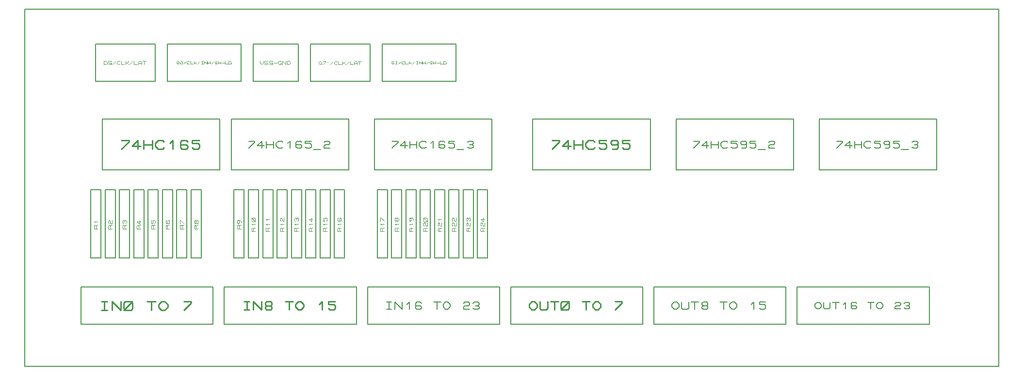
<source format=gbr>
G04 PROTEUS GERBER X2 FILE*
%TF.GenerationSoftware,Labcenter,Proteus,8.6-SP2-Build23525*%
%TF.CreationDate,2024-06-03T09:11:02+00:00*%
%TF.FileFunction,AssemblyDrawing,Top*%
%TF.FilePolarity,Positive*%
%TF.Part,Single*%
%FSLAX45Y45*%
%MOMM*%
G01*
%TA.AperFunction,Profile*%
%ADD17C,0.203200*%
%TA.AperFunction,Material*%
%ADD18C,0.203200*%
%ADD23C,0.256540*%
%ADD24C,0.205230*%
%ADD25C,0.094210*%
%ADD26C,0.230630*%
%ADD27C,0.256250*%
%ADD28C,0.209660*%
%ADD29C,0.106680*%
%ADD72C,0.192190*%
%ADD73C,0.075900*%
%ADD30C,0.097790*%
%ADD31C,0.086360*%
%TD.AperFunction*%
D17*
X-8000000Y-5000000D02*
X+9000000Y-5000000D01*
X+9000000Y+1250000D01*
X-8000000Y+1250000D01*
X-8000000Y-5000000D01*
D18*
X+862840Y-1563500D02*
X+2915160Y-1563500D01*
X+2915160Y-674500D01*
X+862840Y-674500D01*
X+862840Y-1563500D01*
D23*
X+1196342Y-1042038D02*
X+1324612Y-1042038D01*
X+1324612Y-1067692D01*
X+1196342Y-1195962D01*
X+1529844Y-1144654D02*
X+1375920Y-1144654D01*
X+1478536Y-1042038D01*
X+1478536Y-1195962D01*
X+1581152Y-1195962D02*
X+1581152Y-1042038D01*
X+1735076Y-1042038D02*
X+1735076Y-1195962D01*
X+1581152Y-1119000D02*
X+1735076Y-1119000D01*
X+1940308Y-1170308D02*
X+1914654Y-1195962D01*
X+1837692Y-1195962D01*
X+1786384Y-1144654D01*
X+1786384Y-1093346D01*
X+1837692Y-1042038D01*
X+1914654Y-1042038D01*
X+1940308Y-1067692D01*
X+2145540Y-1042038D02*
X+2017270Y-1042038D01*
X+2017270Y-1093346D01*
X+2119886Y-1093346D01*
X+2145540Y-1119000D01*
X+2145540Y-1170308D01*
X+2119886Y-1195962D01*
X+2042924Y-1195962D01*
X+2017270Y-1170308D01*
X+2350772Y-1093346D02*
X+2325118Y-1119000D01*
X+2248156Y-1119000D01*
X+2222502Y-1093346D01*
X+2222502Y-1067692D01*
X+2248156Y-1042038D01*
X+2325118Y-1042038D01*
X+2350772Y-1067692D01*
X+2350772Y-1170308D01*
X+2325118Y-1195962D01*
X+2248156Y-1195962D01*
X+2556004Y-1042038D02*
X+2427734Y-1042038D01*
X+2427734Y-1093346D01*
X+2530350Y-1093346D01*
X+2556004Y-1119000D01*
X+2556004Y-1170308D01*
X+2530350Y-1195962D01*
X+2453388Y-1195962D01*
X+2427734Y-1170308D01*
D18*
X+3362840Y-1563500D02*
X+5415160Y-1563500D01*
X+5415160Y-674500D01*
X+3362840Y-674500D01*
X+3362840Y-1563500D01*
D24*
X+3670691Y-1057431D02*
X+3773306Y-1057431D01*
X+3773306Y-1077954D01*
X+3670691Y-1180570D01*
X+3937491Y-1139524D02*
X+3814353Y-1139524D01*
X+3896445Y-1057431D01*
X+3896445Y-1180570D01*
X+3978538Y-1180570D02*
X+3978538Y-1057431D01*
X+4101676Y-1057431D02*
X+4101676Y-1180570D01*
X+3978538Y-1119000D02*
X+4101676Y-1119000D01*
X+4265861Y-1160047D02*
X+4245338Y-1180570D01*
X+4183769Y-1180570D01*
X+4142723Y-1139524D01*
X+4142723Y-1098477D01*
X+4183769Y-1057431D01*
X+4245338Y-1057431D01*
X+4265861Y-1077954D01*
X+4430046Y-1057431D02*
X+4327431Y-1057431D01*
X+4327431Y-1098477D01*
X+4409523Y-1098477D01*
X+4430046Y-1119000D01*
X+4430046Y-1160047D01*
X+4409523Y-1180570D01*
X+4347954Y-1180570D01*
X+4327431Y-1160047D01*
X+4594231Y-1098477D02*
X+4573708Y-1119000D01*
X+4512139Y-1119000D01*
X+4491616Y-1098477D01*
X+4491616Y-1077954D01*
X+4512139Y-1057431D01*
X+4573708Y-1057431D01*
X+4594231Y-1077954D01*
X+4594231Y-1160047D01*
X+4573708Y-1180570D01*
X+4512139Y-1180570D01*
X+4758416Y-1057431D02*
X+4655801Y-1057431D01*
X+4655801Y-1098477D01*
X+4737893Y-1098477D01*
X+4758416Y-1119000D01*
X+4758416Y-1160047D01*
X+4737893Y-1180570D01*
X+4676324Y-1180570D01*
X+4655801Y-1160047D01*
X+4799463Y-1201093D02*
X+4922601Y-1201093D01*
X+4984171Y-1077954D02*
X+5004694Y-1057431D01*
X+5066263Y-1057431D01*
X+5086786Y-1077954D01*
X+5086786Y-1098477D01*
X+5066263Y-1119000D01*
X+5004694Y-1119000D01*
X+4984171Y-1139524D01*
X+4984171Y-1180570D01*
X+5086786Y-1180570D01*
D18*
X+5862840Y-1563500D02*
X+7915160Y-1563500D01*
X+7915160Y-674500D01*
X+5862840Y-674500D01*
X+5862840Y-1563500D01*
D24*
X+6170691Y-1057431D02*
X+6273306Y-1057431D01*
X+6273306Y-1077954D01*
X+6170691Y-1180570D01*
X+6437491Y-1139524D02*
X+6314353Y-1139524D01*
X+6396445Y-1057431D01*
X+6396445Y-1180570D01*
X+6478538Y-1180570D02*
X+6478538Y-1057431D01*
X+6601676Y-1057431D02*
X+6601676Y-1180570D01*
X+6478538Y-1119000D02*
X+6601676Y-1119000D01*
X+6765861Y-1160047D02*
X+6745338Y-1180570D01*
X+6683769Y-1180570D01*
X+6642723Y-1139524D01*
X+6642723Y-1098477D01*
X+6683769Y-1057431D01*
X+6745338Y-1057431D01*
X+6765861Y-1077954D01*
X+6930046Y-1057431D02*
X+6827431Y-1057431D01*
X+6827431Y-1098477D01*
X+6909523Y-1098477D01*
X+6930046Y-1119000D01*
X+6930046Y-1160047D01*
X+6909523Y-1180570D01*
X+6847954Y-1180570D01*
X+6827431Y-1160047D01*
X+7094231Y-1098477D02*
X+7073708Y-1119000D01*
X+7012139Y-1119000D01*
X+6991616Y-1098477D01*
X+6991616Y-1077954D01*
X+7012139Y-1057431D01*
X+7073708Y-1057431D01*
X+7094231Y-1077954D01*
X+7094231Y-1160047D01*
X+7073708Y-1180570D01*
X+7012139Y-1180570D01*
X+7258416Y-1057431D02*
X+7155801Y-1057431D01*
X+7155801Y-1098477D01*
X+7237893Y-1098477D01*
X+7258416Y-1119000D01*
X+7258416Y-1160047D01*
X+7237893Y-1180570D01*
X+7176324Y-1180570D01*
X+7155801Y-1160047D01*
X+7299463Y-1201093D02*
X+7422601Y-1201093D01*
X+7484171Y-1077954D02*
X+7504694Y-1057431D01*
X+7566263Y-1057431D01*
X+7586786Y-1077954D01*
X+7586786Y-1098477D01*
X+7566263Y-1119000D01*
X+7586786Y-1139524D01*
X+7586786Y-1160047D01*
X+7566263Y-1180570D01*
X+7504694Y-1180570D01*
X+7484171Y-1160047D01*
X+7525217Y-1119000D02*
X+7566263Y-1119000D01*
D18*
X-6764920Y-14160D02*
X-5728600Y-14160D01*
X-5728600Y+641160D01*
X-6764920Y+641160D01*
X-6764920Y-14160D01*
D25*
X-6623600Y+285237D02*
X-6623600Y+341763D01*
X-6585916Y+341763D01*
X-6567074Y+322921D01*
X-6567074Y+304079D01*
X-6585916Y+285237D01*
X-6623600Y+285237D01*
X-6548232Y+294658D02*
X-6538811Y+285237D01*
X-6501127Y+285237D01*
X-6491706Y+294658D01*
X-6491706Y+304079D01*
X-6501127Y+313500D01*
X-6538811Y+313500D01*
X-6548232Y+322921D01*
X-6548232Y+332342D01*
X-6538811Y+341763D01*
X-6501127Y+341763D01*
X-6491706Y+332342D01*
X-6416338Y+341763D02*
X-6472864Y+285237D01*
X-6340970Y+294658D02*
X-6350391Y+285237D01*
X-6378654Y+285237D01*
X-6397496Y+304079D01*
X-6397496Y+322921D01*
X-6378654Y+341763D01*
X-6350391Y+341763D01*
X-6340970Y+332342D01*
X-6322128Y+341763D02*
X-6322128Y+285237D01*
X-6265602Y+285237D01*
X-6246760Y+341763D02*
X-6246760Y+285237D01*
X-6190234Y+341763D02*
X-6218497Y+313500D01*
X-6190234Y+285237D01*
X-6246760Y+313500D02*
X-6218497Y+313500D01*
X-6114866Y+341763D02*
X-6171392Y+285237D01*
X-6096024Y+341763D02*
X-6096024Y+285237D01*
X-6039498Y+285237D01*
X-6020656Y+285237D02*
X-6020656Y+322921D01*
X-6001814Y+341763D01*
X-5982972Y+341763D01*
X-5964130Y+322921D01*
X-5964130Y+285237D01*
X-6020656Y+304079D02*
X-5964130Y+304079D01*
X-5945288Y+341763D02*
X-5888762Y+341763D01*
X-5917025Y+341763D02*
X-5917025Y+285237D01*
D18*
X+477840Y-4264160D02*
X+2784160Y-4264160D01*
X+2784160Y-3608840D01*
X+477840Y-3608840D01*
X+477840Y-4264160D01*
D26*
X+800728Y-3913437D02*
X+846854Y-3867311D01*
X+892980Y-3867311D01*
X+939106Y-3913437D01*
X+939106Y-3959564D01*
X+892980Y-4005690D01*
X+846854Y-4005690D01*
X+800728Y-3959564D01*
X+800728Y-3913437D01*
X+985233Y-3867311D02*
X+985233Y-3982627D01*
X+1008296Y-4005690D01*
X+1100548Y-4005690D01*
X+1123611Y-3982627D01*
X+1123611Y-3867311D01*
X+1169738Y-3867311D02*
X+1308116Y-3867311D01*
X+1238927Y-3867311D02*
X+1238927Y-4005690D01*
X+1354243Y-3982627D02*
X+1354243Y-3890374D01*
X+1377306Y-3867311D01*
X+1469558Y-3867311D01*
X+1492621Y-3890374D01*
X+1492621Y-3982627D01*
X+1469558Y-4005690D01*
X+1377306Y-4005690D01*
X+1354243Y-3982627D01*
X+1354243Y-4005690D02*
X+1492621Y-3867311D01*
X+1723253Y-3867311D02*
X+1861631Y-3867311D01*
X+1792442Y-3867311D02*
X+1792442Y-4005690D01*
X+1907758Y-3913437D02*
X+1953884Y-3867311D01*
X+2000010Y-3867311D01*
X+2046136Y-3913437D01*
X+2046136Y-3959564D01*
X+2000010Y-4005690D01*
X+1953884Y-4005690D01*
X+1907758Y-3959564D01*
X+1907758Y-3913437D01*
X+2299831Y-3867311D02*
X+2415146Y-3867311D01*
X+2415146Y-3890374D01*
X+2299831Y-4005690D01*
D18*
X-7022160Y-4264160D02*
X-4715840Y-4264160D01*
X-4715840Y-3608840D01*
X-7022160Y-3608840D01*
X-7022160Y-4264160D01*
D27*
X-6663395Y-3859623D02*
X-6560892Y-3859623D01*
X-6612144Y-3859623D02*
X-6612144Y-4013377D01*
X-6663395Y-4013377D02*
X-6560892Y-4013377D01*
X-6484015Y-4013377D02*
X-6484015Y-3859623D01*
X-6330262Y-4013377D01*
X-6330262Y-3859623D01*
X-6279010Y-3987751D02*
X-6279010Y-3885249D01*
X-6253385Y-3859623D01*
X-6150882Y-3859623D01*
X-6125257Y-3885249D01*
X-6125257Y-3987751D01*
X-6150882Y-4013377D01*
X-6253385Y-4013377D01*
X-6279010Y-3987751D01*
X-6279010Y-4013377D02*
X-6125257Y-3859623D01*
X-5869000Y-3859623D02*
X-5715247Y-3859623D01*
X-5792124Y-3859623D02*
X-5792124Y-4013377D01*
X-5663995Y-3910874D02*
X-5612744Y-3859623D01*
X-5561493Y-3859623D01*
X-5510242Y-3910874D01*
X-5510242Y-3962126D01*
X-5561493Y-4013377D01*
X-5612744Y-4013377D01*
X-5663995Y-3962126D01*
X-5663995Y-3910874D01*
X-5228360Y-3859623D02*
X-5100232Y-3859623D01*
X-5100232Y-3885249D01*
X-5228360Y-4013377D01*
D18*
X-6649160Y-1563500D02*
X-4596840Y-1563500D01*
X-4596840Y-674500D01*
X-6649160Y-674500D01*
X-6649160Y-1563500D01*
D23*
X-6315658Y-1042038D02*
X-6187388Y-1042038D01*
X-6187388Y-1067692D01*
X-6315658Y-1195962D01*
X-5982156Y-1144654D02*
X-6136080Y-1144654D01*
X-6033464Y-1042038D01*
X-6033464Y-1195962D01*
X-5930848Y-1195962D02*
X-5930848Y-1042038D01*
X-5776924Y-1042038D02*
X-5776924Y-1195962D01*
X-5930848Y-1119000D02*
X-5776924Y-1119000D01*
X-5571692Y-1170308D02*
X-5597346Y-1195962D01*
X-5674308Y-1195962D01*
X-5725616Y-1144654D01*
X-5725616Y-1093346D01*
X-5674308Y-1042038D01*
X-5597346Y-1042038D01*
X-5571692Y-1067692D01*
X-5469076Y-1093346D02*
X-5417768Y-1042038D01*
X-5417768Y-1195962D01*
X-5161228Y-1067692D02*
X-5186882Y-1042038D01*
X-5263844Y-1042038D01*
X-5289498Y-1067692D01*
X-5289498Y-1170308D01*
X-5263844Y-1195962D01*
X-5186882Y-1195962D01*
X-5161228Y-1170308D01*
X-5161228Y-1144654D01*
X-5186882Y-1119000D01*
X-5289498Y-1119000D01*
X-4955996Y-1042038D02*
X-5084266Y-1042038D01*
X-5084266Y-1093346D01*
X-4981650Y-1093346D01*
X-4955996Y-1119000D01*
X-4955996Y-1170308D01*
X-4981650Y-1195962D01*
X-5058612Y-1195962D01*
X-5084266Y-1170308D01*
D18*
X-4399160Y-1563500D02*
X-2346840Y-1563500D01*
X-2346840Y-674500D01*
X-4399160Y-674500D01*
X-4399160Y-1563500D01*
D24*
X-4091309Y-1057431D02*
X-3988694Y-1057431D01*
X-3988694Y-1077954D01*
X-4091309Y-1180570D01*
X-3824509Y-1139524D02*
X-3947647Y-1139524D01*
X-3865555Y-1057431D01*
X-3865555Y-1180570D01*
X-3783462Y-1180570D02*
X-3783462Y-1057431D01*
X-3660324Y-1057431D02*
X-3660324Y-1180570D01*
X-3783462Y-1119000D02*
X-3660324Y-1119000D01*
X-3496139Y-1160047D02*
X-3516662Y-1180570D01*
X-3578231Y-1180570D01*
X-3619277Y-1139524D01*
X-3619277Y-1098477D01*
X-3578231Y-1057431D01*
X-3516662Y-1057431D01*
X-3496139Y-1077954D01*
X-3414046Y-1098477D02*
X-3373000Y-1057431D01*
X-3373000Y-1180570D01*
X-3167769Y-1077954D02*
X-3188292Y-1057431D01*
X-3249861Y-1057431D01*
X-3270384Y-1077954D01*
X-3270384Y-1160047D01*
X-3249861Y-1180570D01*
X-3188292Y-1180570D01*
X-3167769Y-1160047D01*
X-3167769Y-1139524D01*
X-3188292Y-1119000D01*
X-3270384Y-1119000D01*
X-3003584Y-1057431D02*
X-3106199Y-1057431D01*
X-3106199Y-1098477D01*
X-3024107Y-1098477D01*
X-3003584Y-1119000D01*
X-3003584Y-1160047D01*
X-3024107Y-1180570D01*
X-3085676Y-1180570D01*
X-3106199Y-1160047D01*
X-2962537Y-1201093D02*
X-2839399Y-1201093D01*
X-2777829Y-1077954D02*
X-2757306Y-1057431D01*
X-2695737Y-1057431D01*
X-2675214Y-1077954D01*
X-2675214Y-1098477D01*
X-2695737Y-1119000D01*
X-2757306Y-1119000D01*
X-2777829Y-1139524D01*
X-2777829Y-1180570D01*
X-2675214Y-1180570D01*
D18*
X-1899160Y-1563500D02*
X+153160Y-1563500D01*
X+153160Y-674500D01*
X-1899160Y-674500D01*
X-1899160Y-1563500D01*
D24*
X-1591309Y-1057431D02*
X-1488694Y-1057431D01*
X-1488694Y-1077954D01*
X-1591309Y-1180570D01*
X-1324509Y-1139524D02*
X-1447647Y-1139524D01*
X-1365555Y-1057431D01*
X-1365555Y-1180570D01*
X-1283462Y-1180570D02*
X-1283462Y-1057431D01*
X-1160324Y-1057431D02*
X-1160324Y-1180570D01*
X-1283462Y-1119000D02*
X-1160324Y-1119000D01*
X-996139Y-1160047D02*
X-1016662Y-1180570D01*
X-1078231Y-1180570D01*
X-1119277Y-1139524D01*
X-1119277Y-1098477D01*
X-1078231Y-1057431D01*
X-1016662Y-1057431D01*
X-996139Y-1077954D01*
X-914046Y-1098477D02*
X-873000Y-1057431D01*
X-873000Y-1180570D01*
X-667769Y-1077954D02*
X-688292Y-1057431D01*
X-749861Y-1057431D01*
X-770384Y-1077954D01*
X-770384Y-1160047D01*
X-749861Y-1180570D01*
X-688292Y-1180570D01*
X-667769Y-1160047D01*
X-667769Y-1139524D01*
X-688292Y-1119000D01*
X-770384Y-1119000D01*
X-503584Y-1057431D02*
X-606199Y-1057431D01*
X-606199Y-1098477D01*
X-524107Y-1098477D01*
X-503584Y-1119000D01*
X-503584Y-1160047D01*
X-524107Y-1180570D01*
X-585676Y-1180570D01*
X-606199Y-1160047D01*
X-462537Y-1201093D02*
X-339399Y-1201093D01*
X-277829Y-1077954D02*
X-257306Y-1057431D01*
X-195737Y-1057431D01*
X-175214Y-1077954D01*
X-175214Y-1098477D01*
X-195737Y-1119000D01*
X-175214Y-1139524D01*
X-175214Y-1160047D01*
X-195737Y-1180570D01*
X-257306Y-1180570D01*
X-277829Y-1160047D01*
X-236783Y-1119000D02*
X-195737Y-1119000D01*
D18*
X-4522160Y-4264160D02*
X-2215840Y-4264160D01*
X-2215840Y-3608840D01*
X-4522160Y-3608840D01*
X-4522160Y-4264160D01*
D26*
X-4176209Y-3867311D02*
X-4083957Y-3867311D01*
X-4130083Y-3867311D02*
X-4130083Y-4005690D01*
X-4176209Y-4005690D02*
X-4083957Y-4005690D01*
X-4014767Y-4005690D02*
X-4014767Y-3867311D01*
X-3876389Y-4005690D01*
X-3876389Y-3867311D01*
X-3784136Y-3936500D02*
X-3807199Y-3913437D01*
X-3807199Y-3890374D01*
X-3784136Y-3867311D01*
X-3714947Y-3867311D01*
X-3691884Y-3890374D01*
X-3691884Y-3913437D01*
X-3714947Y-3936500D01*
X-3784136Y-3936500D01*
X-3807199Y-3959564D01*
X-3807199Y-3982627D01*
X-3784136Y-4005690D01*
X-3714947Y-4005690D01*
X-3691884Y-3982627D01*
X-3691884Y-3959564D01*
X-3714947Y-3936500D01*
X-3461252Y-3867311D02*
X-3322874Y-3867311D01*
X-3392063Y-3867311D02*
X-3392063Y-4005690D01*
X-3276747Y-3913437D02*
X-3230621Y-3867311D01*
X-3184495Y-3867311D01*
X-3138369Y-3913437D01*
X-3138369Y-3959564D01*
X-3184495Y-4005690D01*
X-3230621Y-4005690D01*
X-3276747Y-3959564D01*
X-3276747Y-3913437D01*
X-2861611Y-3913437D02*
X-2815485Y-3867311D01*
X-2815485Y-4005690D01*
X-2584854Y-3867311D02*
X-2700169Y-3867311D01*
X-2700169Y-3913437D01*
X-2607917Y-3913437D01*
X-2584854Y-3936500D01*
X-2584854Y-3982627D01*
X-2607917Y-4005690D01*
X-2677106Y-4005690D01*
X-2700169Y-3982627D01*
D18*
X-2022160Y-4264160D02*
X+284160Y-4264160D01*
X+284160Y-3608840D01*
X-2022160Y-3608840D01*
X-2022160Y-4264160D01*
D28*
X-1686694Y-3873600D02*
X-1602828Y-3873600D01*
X-1644761Y-3873600D02*
X-1644761Y-3999399D01*
X-1686694Y-3999399D02*
X-1602828Y-3999399D01*
X-1539928Y-3999399D02*
X-1539928Y-3873600D01*
X-1414129Y-3999399D01*
X-1414129Y-3873600D01*
X-1330263Y-3915533D02*
X-1288330Y-3873600D01*
X-1288330Y-3999399D01*
X-1078665Y-3894567D02*
X-1099632Y-3873600D01*
X-1162531Y-3873600D01*
X-1183498Y-3894567D01*
X-1183498Y-3978433D01*
X-1162531Y-3999399D01*
X-1099632Y-3999399D01*
X-1078665Y-3978433D01*
X-1078665Y-3957466D01*
X-1099632Y-3936500D01*
X-1183498Y-3936500D01*
X-869000Y-3873600D02*
X-743201Y-3873600D01*
X-806101Y-3873600D02*
X-806101Y-3999399D01*
X-701268Y-3915533D02*
X-659335Y-3873600D01*
X-617402Y-3873600D01*
X-575469Y-3915533D01*
X-575469Y-3957466D01*
X-617402Y-3999399D01*
X-659335Y-3999399D01*
X-701268Y-3957466D01*
X-701268Y-3915533D01*
X-344838Y-3894567D02*
X-323871Y-3873600D01*
X-260972Y-3873600D01*
X-240005Y-3894567D01*
X-240005Y-3915533D01*
X-260972Y-3936500D01*
X-323871Y-3936500D01*
X-344838Y-3957466D01*
X-344838Y-3999399D01*
X-240005Y-3999399D01*
X-177106Y-3894567D02*
X-156139Y-3873600D01*
X-93240Y-3873600D01*
X-72273Y-3894567D01*
X-72273Y-3915533D01*
X-93240Y-3936500D01*
X-72273Y-3957466D01*
X-72273Y-3978433D01*
X-93240Y-3999399D01*
X-156139Y-3999399D01*
X-177106Y-3978433D01*
X-135173Y-3936500D02*
X-93240Y-3936500D01*
D18*
X-6850900Y-3104900D02*
X-6673100Y-3104900D01*
X-6673100Y-1911100D01*
X-6850900Y-1911100D01*
X-6850900Y-3104900D01*
D29*
X-6729996Y-2593344D02*
X-6794004Y-2593344D01*
X-6794004Y-2540004D01*
X-6783336Y-2529336D01*
X-6772668Y-2529336D01*
X-6762000Y-2540004D01*
X-6762000Y-2593344D01*
X-6762000Y-2540004D02*
X-6751332Y-2529336D01*
X-6729996Y-2529336D01*
X-6772668Y-2486664D02*
X-6794004Y-2465328D01*
X-6729996Y-2465328D01*
D18*
X-6600900Y-3104900D02*
X-6423100Y-3104900D01*
X-6423100Y-1911100D01*
X-6600900Y-1911100D01*
X-6600900Y-3104900D01*
D29*
X-6479996Y-2593344D02*
X-6544004Y-2593344D01*
X-6544004Y-2540004D01*
X-6533336Y-2529336D01*
X-6522668Y-2529336D01*
X-6512000Y-2540004D01*
X-6512000Y-2593344D01*
X-6512000Y-2540004D02*
X-6501332Y-2529336D01*
X-6479996Y-2529336D01*
X-6533336Y-2497332D02*
X-6544004Y-2486664D01*
X-6544004Y-2454660D01*
X-6533336Y-2443992D01*
X-6522668Y-2443992D01*
X-6512000Y-2454660D01*
X-6512000Y-2486664D01*
X-6501332Y-2497332D01*
X-6479996Y-2497332D01*
X-6479996Y-2443992D01*
D18*
X-6350900Y-3104900D02*
X-6173100Y-3104900D01*
X-6173100Y-1911100D01*
X-6350900Y-1911100D01*
X-6350900Y-3104900D01*
D29*
X-6229996Y-2593344D02*
X-6294004Y-2593344D01*
X-6294004Y-2540004D01*
X-6283336Y-2529336D01*
X-6272668Y-2529336D01*
X-6262000Y-2540004D01*
X-6262000Y-2593344D01*
X-6262000Y-2540004D02*
X-6251332Y-2529336D01*
X-6229996Y-2529336D01*
X-6283336Y-2497332D02*
X-6294004Y-2486664D01*
X-6294004Y-2454660D01*
X-6283336Y-2443992D01*
X-6272668Y-2443992D01*
X-6262000Y-2454660D01*
X-6251332Y-2443992D01*
X-6240664Y-2443992D01*
X-6229996Y-2454660D01*
X-6229996Y-2486664D01*
X-6240664Y-2497332D01*
X-6262000Y-2475996D02*
X-6262000Y-2454660D01*
D18*
X-6100900Y-3104900D02*
X-5923100Y-3104900D01*
X-5923100Y-1911100D01*
X-6100900Y-1911100D01*
X-6100900Y-3104900D01*
D29*
X-5979996Y-2593344D02*
X-6044004Y-2593344D01*
X-6044004Y-2540004D01*
X-6033336Y-2529336D01*
X-6022668Y-2529336D01*
X-6012000Y-2540004D01*
X-6012000Y-2593344D01*
X-6012000Y-2540004D02*
X-6001332Y-2529336D01*
X-5979996Y-2529336D01*
X-6001332Y-2443992D02*
X-6001332Y-2508000D01*
X-6044004Y-2465328D01*
X-5979996Y-2465328D01*
D18*
X-5850900Y-3104900D02*
X-5673100Y-3104900D01*
X-5673100Y-1911100D01*
X-5850900Y-1911100D01*
X-5850900Y-3104900D01*
D29*
X-5729996Y-2593344D02*
X-5794004Y-2593344D01*
X-5794004Y-2540004D01*
X-5783336Y-2529336D01*
X-5772668Y-2529336D01*
X-5762000Y-2540004D01*
X-5762000Y-2593344D01*
X-5762000Y-2540004D02*
X-5751332Y-2529336D01*
X-5729996Y-2529336D01*
X-5794004Y-2443992D02*
X-5794004Y-2497332D01*
X-5772668Y-2497332D01*
X-5772668Y-2454660D01*
X-5762000Y-2443992D01*
X-5740664Y-2443992D01*
X-5729996Y-2454660D01*
X-5729996Y-2486664D01*
X-5740664Y-2497332D01*
D18*
X-5600900Y-3104900D02*
X-5423100Y-3104900D01*
X-5423100Y-1911100D01*
X-5600900Y-1911100D01*
X-5600900Y-3104900D01*
D29*
X-5479996Y-2593344D02*
X-5544004Y-2593344D01*
X-5544004Y-2540004D01*
X-5533336Y-2529336D01*
X-5522668Y-2529336D01*
X-5512000Y-2540004D01*
X-5512000Y-2593344D01*
X-5512000Y-2540004D02*
X-5501332Y-2529336D01*
X-5479996Y-2529336D01*
X-5533336Y-2443992D02*
X-5544004Y-2454660D01*
X-5544004Y-2486664D01*
X-5533336Y-2497332D01*
X-5490664Y-2497332D01*
X-5479996Y-2486664D01*
X-5479996Y-2454660D01*
X-5490664Y-2443992D01*
X-5501332Y-2443992D01*
X-5512000Y-2454660D01*
X-5512000Y-2497332D01*
D18*
X-5350900Y-3104900D02*
X-5173100Y-3104900D01*
X-5173100Y-1911100D01*
X-5350900Y-1911100D01*
X-5350900Y-3104900D01*
D29*
X-5229996Y-2593344D02*
X-5294004Y-2593344D01*
X-5294004Y-2540004D01*
X-5283336Y-2529336D01*
X-5272668Y-2529336D01*
X-5262000Y-2540004D01*
X-5262000Y-2593344D01*
X-5262000Y-2540004D02*
X-5251332Y-2529336D01*
X-5229996Y-2529336D01*
X-5294004Y-2497332D02*
X-5294004Y-2443992D01*
X-5283336Y-2443992D01*
X-5229996Y-2497332D01*
D18*
X-5100900Y-3104900D02*
X-4923100Y-3104900D01*
X-4923100Y-1911100D01*
X-5100900Y-1911100D01*
X-5100900Y-3104900D01*
D29*
X-4979996Y-2593344D02*
X-5044004Y-2593344D01*
X-5044004Y-2540004D01*
X-5033336Y-2529336D01*
X-5022668Y-2529336D01*
X-5012000Y-2540004D01*
X-5012000Y-2593344D01*
X-5012000Y-2540004D02*
X-5001332Y-2529336D01*
X-4979996Y-2529336D01*
X-5012000Y-2486664D02*
X-5022668Y-2497332D01*
X-5033336Y-2497332D01*
X-5044004Y-2486664D01*
X-5044004Y-2454660D01*
X-5033336Y-2443992D01*
X-5022668Y-2443992D01*
X-5012000Y-2454660D01*
X-5012000Y-2486664D01*
X-5001332Y-2497332D01*
X-4990664Y-2497332D01*
X-4979996Y-2486664D01*
X-4979996Y-2454660D01*
X-4990664Y-2443992D01*
X-5001332Y-2443992D01*
X-5012000Y-2454660D01*
D18*
X-4350900Y-3104900D02*
X-4173100Y-3104900D01*
X-4173100Y-1911100D01*
X-4350900Y-1911100D01*
X-4350900Y-3104900D01*
D29*
X-4229996Y-2593344D02*
X-4294004Y-2593344D01*
X-4294004Y-2540004D01*
X-4283336Y-2529336D01*
X-4272668Y-2529336D01*
X-4262000Y-2540004D01*
X-4262000Y-2593344D01*
X-4262000Y-2540004D02*
X-4251332Y-2529336D01*
X-4229996Y-2529336D01*
X-4272668Y-2443992D02*
X-4262000Y-2454660D01*
X-4262000Y-2486664D01*
X-4272668Y-2497332D01*
X-4283336Y-2497332D01*
X-4294004Y-2486664D01*
X-4294004Y-2454660D01*
X-4283336Y-2443992D01*
X-4240664Y-2443992D01*
X-4229996Y-2454660D01*
X-4229996Y-2486664D01*
D18*
X-4100900Y-3104900D02*
X-3923100Y-3104900D01*
X-3923100Y-1911100D01*
X-4100900Y-1911100D01*
X-4100900Y-3104900D01*
D29*
X-3979996Y-2636016D02*
X-4044004Y-2636016D01*
X-4044004Y-2582676D01*
X-4033336Y-2572008D01*
X-4022668Y-2572008D01*
X-4012000Y-2582676D01*
X-4012000Y-2636016D01*
X-4012000Y-2582676D02*
X-4001332Y-2572008D01*
X-3979996Y-2572008D01*
X-4022668Y-2529336D02*
X-4044004Y-2508000D01*
X-3979996Y-2508000D01*
X-3990664Y-2465328D02*
X-4033336Y-2465328D01*
X-4044004Y-2454660D01*
X-4044004Y-2411988D01*
X-4033336Y-2401320D01*
X-3990664Y-2401320D01*
X-3979996Y-2411988D01*
X-3979996Y-2454660D01*
X-3990664Y-2465328D01*
X-3979996Y-2465328D02*
X-4044004Y-2401320D01*
D18*
X-3850900Y-3104900D02*
X-3673100Y-3104900D01*
X-3673100Y-1911100D01*
X-3850900Y-1911100D01*
X-3850900Y-3104900D01*
D29*
X-3729996Y-2636016D02*
X-3794004Y-2636016D01*
X-3794004Y-2582676D01*
X-3783336Y-2572008D01*
X-3772668Y-2572008D01*
X-3762000Y-2582676D01*
X-3762000Y-2636016D01*
X-3762000Y-2582676D02*
X-3751332Y-2572008D01*
X-3729996Y-2572008D01*
X-3772668Y-2529336D02*
X-3794004Y-2508000D01*
X-3729996Y-2508000D01*
X-3772668Y-2443992D02*
X-3794004Y-2422656D01*
X-3729996Y-2422656D01*
D18*
X-3600900Y-3104900D02*
X-3423100Y-3104900D01*
X-3423100Y-1911100D01*
X-3600900Y-1911100D01*
X-3600900Y-3104900D01*
D29*
X-3479996Y-2636016D02*
X-3544004Y-2636016D01*
X-3544004Y-2582676D01*
X-3533336Y-2572008D01*
X-3522668Y-2572008D01*
X-3512000Y-2582676D01*
X-3512000Y-2636016D01*
X-3512000Y-2582676D02*
X-3501332Y-2572008D01*
X-3479996Y-2572008D01*
X-3522668Y-2529336D02*
X-3544004Y-2508000D01*
X-3479996Y-2508000D01*
X-3533336Y-2454660D02*
X-3544004Y-2443992D01*
X-3544004Y-2411988D01*
X-3533336Y-2401320D01*
X-3522668Y-2401320D01*
X-3512000Y-2411988D01*
X-3512000Y-2443992D01*
X-3501332Y-2454660D01*
X-3479996Y-2454660D01*
X-3479996Y-2401320D01*
D18*
X-3350900Y-3104900D02*
X-3173100Y-3104900D01*
X-3173100Y-1911100D01*
X-3350900Y-1911100D01*
X-3350900Y-3104900D01*
D29*
X-3229996Y-2636016D02*
X-3294004Y-2636016D01*
X-3294004Y-2582676D01*
X-3283336Y-2572008D01*
X-3272668Y-2572008D01*
X-3262000Y-2582676D01*
X-3262000Y-2636016D01*
X-3262000Y-2582676D02*
X-3251332Y-2572008D01*
X-3229996Y-2572008D01*
X-3272668Y-2529336D02*
X-3294004Y-2508000D01*
X-3229996Y-2508000D01*
X-3283336Y-2454660D02*
X-3294004Y-2443992D01*
X-3294004Y-2411988D01*
X-3283336Y-2401320D01*
X-3272668Y-2401320D01*
X-3262000Y-2411988D01*
X-3251332Y-2401320D01*
X-3240664Y-2401320D01*
X-3229996Y-2411988D01*
X-3229996Y-2443992D01*
X-3240664Y-2454660D01*
X-3262000Y-2433324D02*
X-3262000Y-2411988D01*
D18*
X-3100900Y-3104900D02*
X-2923100Y-3104900D01*
X-2923100Y-1911100D01*
X-3100900Y-1911100D01*
X-3100900Y-3104900D01*
D29*
X-2979996Y-2636016D02*
X-3044004Y-2636016D01*
X-3044004Y-2582676D01*
X-3033336Y-2572008D01*
X-3022668Y-2572008D01*
X-3012000Y-2582676D01*
X-3012000Y-2636016D01*
X-3012000Y-2582676D02*
X-3001332Y-2572008D01*
X-2979996Y-2572008D01*
X-3022668Y-2529336D02*
X-3044004Y-2508000D01*
X-2979996Y-2508000D01*
X-3001332Y-2401320D02*
X-3001332Y-2465328D01*
X-3044004Y-2422656D01*
X-2979996Y-2422656D01*
D18*
X-2850900Y-3104900D02*
X-2673100Y-3104900D01*
X-2673100Y-1911100D01*
X-2850900Y-1911100D01*
X-2850900Y-3104900D01*
D29*
X-2729996Y-2636016D02*
X-2794004Y-2636016D01*
X-2794004Y-2582676D01*
X-2783336Y-2572008D01*
X-2772668Y-2572008D01*
X-2762000Y-2582676D01*
X-2762000Y-2636016D01*
X-2762000Y-2582676D02*
X-2751332Y-2572008D01*
X-2729996Y-2572008D01*
X-2772668Y-2529336D02*
X-2794004Y-2508000D01*
X-2729996Y-2508000D01*
X-2794004Y-2401320D02*
X-2794004Y-2454660D01*
X-2772668Y-2454660D01*
X-2772668Y-2411988D01*
X-2762000Y-2401320D01*
X-2740664Y-2401320D01*
X-2729996Y-2411988D01*
X-2729996Y-2443992D01*
X-2740664Y-2454660D01*
D18*
X-2600900Y-3104900D02*
X-2423100Y-3104900D01*
X-2423100Y-1911100D01*
X-2600900Y-1911100D01*
X-2600900Y-3104900D01*
D29*
X-2479996Y-2636016D02*
X-2544004Y-2636016D01*
X-2544004Y-2582676D01*
X-2533336Y-2572008D01*
X-2522668Y-2572008D01*
X-2512000Y-2582676D01*
X-2512000Y-2636016D01*
X-2512000Y-2582676D02*
X-2501332Y-2572008D01*
X-2479996Y-2572008D01*
X-2522668Y-2529336D02*
X-2544004Y-2508000D01*
X-2479996Y-2508000D01*
X-2533336Y-2401320D02*
X-2544004Y-2411988D01*
X-2544004Y-2443992D01*
X-2533336Y-2454660D01*
X-2490664Y-2454660D01*
X-2479996Y-2443992D01*
X-2479996Y-2411988D01*
X-2490664Y-2401320D01*
X-2501332Y-2401320D01*
X-2512000Y-2411988D01*
X-2512000Y-2454660D01*
D18*
X-1850900Y-3104900D02*
X-1673100Y-3104900D01*
X-1673100Y-1911100D01*
X-1850900Y-1911100D01*
X-1850900Y-3104900D01*
D29*
X-1729996Y-2636016D02*
X-1794004Y-2636016D01*
X-1794004Y-2582676D01*
X-1783336Y-2572008D01*
X-1772668Y-2572008D01*
X-1762000Y-2582676D01*
X-1762000Y-2636016D01*
X-1762000Y-2582676D02*
X-1751332Y-2572008D01*
X-1729996Y-2572008D01*
X-1772668Y-2529336D02*
X-1794004Y-2508000D01*
X-1729996Y-2508000D01*
X-1794004Y-2454660D02*
X-1794004Y-2401320D01*
X-1783336Y-2401320D01*
X-1729996Y-2454660D01*
D18*
X-1600900Y-3104900D02*
X-1423100Y-3104900D01*
X-1423100Y-1911100D01*
X-1600900Y-1911100D01*
X-1600900Y-3104900D01*
D29*
X-1479996Y-2636016D02*
X-1544004Y-2636016D01*
X-1544004Y-2582676D01*
X-1533336Y-2572008D01*
X-1522668Y-2572008D01*
X-1512000Y-2582676D01*
X-1512000Y-2636016D01*
X-1512000Y-2582676D02*
X-1501332Y-2572008D01*
X-1479996Y-2572008D01*
X-1522668Y-2529336D02*
X-1544004Y-2508000D01*
X-1479996Y-2508000D01*
X-1512000Y-2443992D02*
X-1522668Y-2454660D01*
X-1533336Y-2454660D01*
X-1544004Y-2443992D01*
X-1544004Y-2411988D01*
X-1533336Y-2401320D01*
X-1522668Y-2401320D01*
X-1512000Y-2411988D01*
X-1512000Y-2443992D01*
X-1501332Y-2454660D01*
X-1490664Y-2454660D01*
X-1479996Y-2443992D01*
X-1479996Y-2411988D01*
X-1490664Y-2401320D01*
X-1501332Y-2401320D01*
X-1512000Y-2411988D01*
D18*
X-1350900Y-3104900D02*
X-1173100Y-3104900D01*
X-1173100Y-1911100D01*
X-1350900Y-1911100D01*
X-1350900Y-3104900D01*
D29*
X-1229996Y-2636016D02*
X-1294004Y-2636016D01*
X-1294004Y-2582676D01*
X-1283336Y-2572008D01*
X-1272668Y-2572008D01*
X-1262000Y-2582676D01*
X-1262000Y-2636016D01*
X-1262000Y-2582676D02*
X-1251332Y-2572008D01*
X-1229996Y-2572008D01*
X-1272668Y-2529336D02*
X-1294004Y-2508000D01*
X-1229996Y-2508000D01*
X-1272668Y-2401320D02*
X-1262000Y-2411988D01*
X-1262000Y-2443992D01*
X-1272668Y-2454660D01*
X-1283336Y-2454660D01*
X-1294004Y-2443992D01*
X-1294004Y-2411988D01*
X-1283336Y-2401320D01*
X-1240664Y-2401320D01*
X-1229996Y-2411988D01*
X-1229996Y-2443992D01*
D18*
X-1100900Y-3104900D02*
X-923100Y-3104900D01*
X-923100Y-1911100D01*
X-1100900Y-1911100D01*
X-1100900Y-3104900D01*
D29*
X-979996Y-2636016D02*
X-1044004Y-2636016D01*
X-1044004Y-2582676D01*
X-1033336Y-2572008D01*
X-1022668Y-2572008D01*
X-1012000Y-2582676D01*
X-1012000Y-2636016D01*
X-1012000Y-2582676D02*
X-1001332Y-2572008D01*
X-979996Y-2572008D01*
X-1033336Y-2540004D02*
X-1044004Y-2529336D01*
X-1044004Y-2497332D01*
X-1033336Y-2486664D01*
X-1022668Y-2486664D01*
X-1012000Y-2497332D01*
X-1012000Y-2529336D01*
X-1001332Y-2540004D01*
X-979996Y-2540004D01*
X-979996Y-2486664D01*
X-990664Y-2465328D02*
X-1033336Y-2465328D01*
X-1044004Y-2454660D01*
X-1044004Y-2411988D01*
X-1033336Y-2401320D01*
X-990664Y-2401320D01*
X-979996Y-2411988D01*
X-979996Y-2454660D01*
X-990664Y-2465328D01*
X-979996Y-2465328D02*
X-1044004Y-2401320D01*
D18*
X-850900Y-3104900D02*
X-673100Y-3104900D01*
X-673100Y-1911100D01*
X-850900Y-1911100D01*
X-850900Y-3104900D01*
D29*
X-729996Y-2636016D02*
X-794004Y-2636016D01*
X-794004Y-2582676D01*
X-783336Y-2572008D01*
X-772668Y-2572008D01*
X-762000Y-2582676D01*
X-762000Y-2636016D01*
X-762000Y-2582676D02*
X-751332Y-2572008D01*
X-729996Y-2572008D01*
X-783336Y-2540004D02*
X-794004Y-2529336D01*
X-794004Y-2497332D01*
X-783336Y-2486664D01*
X-772668Y-2486664D01*
X-762000Y-2497332D01*
X-762000Y-2529336D01*
X-751332Y-2540004D01*
X-729996Y-2540004D01*
X-729996Y-2486664D01*
X-772668Y-2443992D02*
X-794004Y-2422656D01*
X-729996Y-2422656D01*
D18*
X-600900Y-3104900D02*
X-423100Y-3104900D01*
X-423100Y-1911100D01*
X-600900Y-1911100D01*
X-600900Y-3104900D01*
D29*
X-479996Y-2636016D02*
X-544004Y-2636016D01*
X-544004Y-2582676D01*
X-533336Y-2572008D01*
X-522668Y-2572008D01*
X-512000Y-2582676D01*
X-512000Y-2636016D01*
X-512000Y-2582676D02*
X-501332Y-2572008D01*
X-479996Y-2572008D01*
X-533336Y-2540004D02*
X-544004Y-2529336D01*
X-544004Y-2497332D01*
X-533336Y-2486664D01*
X-522668Y-2486664D01*
X-512000Y-2497332D01*
X-512000Y-2529336D01*
X-501332Y-2540004D01*
X-479996Y-2540004D01*
X-479996Y-2486664D01*
X-533336Y-2454660D02*
X-544004Y-2443992D01*
X-544004Y-2411988D01*
X-533336Y-2401320D01*
X-522668Y-2401320D01*
X-512000Y-2411988D01*
X-512000Y-2443992D01*
X-501332Y-2454660D01*
X-479996Y-2454660D01*
X-479996Y-2401320D01*
D18*
X-350900Y-3104900D02*
X-173100Y-3104900D01*
X-173100Y-1911100D01*
X-350900Y-1911100D01*
X-350900Y-3104900D01*
D29*
X-229996Y-2636016D02*
X-294004Y-2636016D01*
X-294004Y-2582676D01*
X-283336Y-2572008D01*
X-272668Y-2572008D01*
X-262000Y-2582676D01*
X-262000Y-2636016D01*
X-262000Y-2582676D02*
X-251332Y-2572008D01*
X-229996Y-2572008D01*
X-283336Y-2540004D02*
X-294004Y-2529336D01*
X-294004Y-2497332D01*
X-283336Y-2486664D01*
X-272668Y-2486664D01*
X-262000Y-2497332D01*
X-262000Y-2529336D01*
X-251332Y-2540004D01*
X-229996Y-2540004D01*
X-229996Y-2486664D01*
X-283336Y-2454660D02*
X-294004Y-2443992D01*
X-294004Y-2411988D01*
X-283336Y-2401320D01*
X-272668Y-2401320D01*
X-262000Y-2411988D01*
X-251332Y-2401320D01*
X-240664Y-2401320D01*
X-229996Y-2411988D01*
X-229996Y-2443992D01*
X-240664Y-2454660D01*
X-262000Y-2433324D02*
X-262000Y-2411988D01*
D18*
X-100900Y-3104900D02*
X+76900Y-3104900D01*
X+76900Y-1911100D01*
X-100900Y-1911100D01*
X-100900Y-3104900D01*
D29*
X+20004Y-2636016D02*
X-44004Y-2636016D01*
X-44004Y-2582676D01*
X-33336Y-2572008D01*
X-22668Y-2572008D01*
X-12000Y-2582676D01*
X-12000Y-2636016D01*
X-12000Y-2582676D02*
X-1332Y-2572008D01*
X+20004Y-2572008D01*
X-33336Y-2540004D02*
X-44004Y-2529336D01*
X-44004Y-2497332D01*
X-33336Y-2486664D01*
X-22668Y-2486664D01*
X-12000Y-2497332D01*
X-12000Y-2529336D01*
X-1332Y-2540004D01*
X+20004Y-2540004D01*
X+20004Y-2486664D01*
X-1332Y-2401320D02*
X-1332Y-2465328D01*
X-44004Y-2422656D01*
X+20004Y-2422656D01*
D18*
X+2977840Y-4264160D02*
X+5284160Y-4264160D01*
X+5284160Y-3608840D01*
X+2977840Y-3608840D01*
X+2977840Y-4264160D01*
D28*
X+3292340Y-3915533D02*
X+3334273Y-3873600D01*
X+3376206Y-3873600D01*
X+3418139Y-3915533D01*
X+3418139Y-3957466D01*
X+3376206Y-3999399D01*
X+3334273Y-3999399D01*
X+3292340Y-3957466D01*
X+3292340Y-3915533D01*
X+3460072Y-3873600D02*
X+3460072Y-3978433D01*
X+3481038Y-3999399D01*
X+3564904Y-3999399D01*
X+3585871Y-3978433D01*
X+3585871Y-3873600D01*
X+3627804Y-3873600D02*
X+3753603Y-3873600D01*
X+3690703Y-3873600D02*
X+3690703Y-3999399D01*
X+3837469Y-3936500D02*
X+3816502Y-3915533D01*
X+3816502Y-3894567D01*
X+3837469Y-3873600D01*
X+3900368Y-3873600D01*
X+3921335Y-3894567D01*
X+3921335Y-3915533D01*
X+3900368Y-3936500D01*
X+3837469Y-3936500D01*
X+3816502Y-3957466D01*
X+3816502Y-3978433D01*
X+3837469Y-3999399D01*
X+3900368Y-3999399D01*
X+3921335Y-3978433D01*
X+3921335Y-3957466D01*
X+3900368Y-3936500D01*
X+4131000Y-3873600D02*
X+4256799Y-3873600D01*
X+4193899Y-3873600D02*
X+4193899Y-3999399D01*
X+4298732Y-3915533D02*
X+4340665Y-3873600D01*
X+4382598Y-3873600D01*
X+4424531Y-3915533D01*
X+4424531Y-3957466D01*
X+4382598Y-3999399D01*
X+4340665Y-3999399D01*
X+4298732Y-3957466D01*
X+4298732Y-3915533D01*
X+4676129Y-3915533D02*
X+4718062Y-3873600D01*
X+4718062Y-3999399D01*
X+4927727Y-3873600D02*
X+4822894Y-3873600D01*
X+4822894Y-3915533D01*
X+4906760Y-3915533D01*
X+4927727Y-3936500D01*
X+4927727Y-3978433D01*
X+4906760Y-3999399D01*
X+4843861Y-3999399D01*
X+4822894Y-3978433D01*
D18*
X+5477840Y-4264160D02*
X+7784160Y-4264160D01*
X+7784160Y-3608840D01*
X+5477840Y-3608840D01*
X+5477840Y-4264160D01*
D72*
X+5785353Y-3917281D02*
X+5823791Y-3878842D01*
X+5862230Y-3878842D01*
X+5900668Y-3917281D01*
X+5900668Y-3955719D01*
X+5862230Y-3994158D01*
X+5823791Y-3994158D01*
X+5785353Y-3955719D01*
X+5785353Y-3917281D01*
X+5939107Y-3878842D02*
X+5939107Y-3974939D01*
X+5958326Y-3994158D01*
X+6035203Y-3994158D01*
X+6054422Y-3974939D01*
X+6054422Y-3878842D01*
X+6092861Y-3878842D02*
X+6208176Y-3878842D01*
X+6150518Y-3878842D02*
X+6150518Y-3994158D01*
X+6285053Y-3917281D02*
X+6323492Y-3878842D01*
X+6323492Y-3994158D01*
X+6515684Y-3898061D02*
X+6496465Y-3878842D01*
X+6438807Y-3878842D01*
X+6419588Y-3898061D01*
X+6419588Y-3974939D01*
X+6438807Y-3994158D01*
X+6496465Y-3994158D01*
X+6515684Y-3974939D01*
X+6515684Y-3955719D01*
X+6496465Y-3936500D01*
X+6419588Y-3936500D01*
X+6707877Y-3878842D02*
X+6823192Y-3878842D01*
X+6765534Y-3878842D02*
X+6765534Y-3994158D01*
X+6861631Y-3917281D02*
X+6900069Y-3878842D01*
X+6938508Y-3878842D01*
X+6976946Y-3917281D01*
X+6976946Y-3955719D01*
X+6938508Y-3994158D01*
X+6900069Y-3994158D01*
X+6861631Y-3955719D01*
X+6861631Y-3917281D01*
X+7188358Y-3898061D02*
X+7207577Y-3878842D01*
X+7265235Y-3878842D01*
X+7284454Y-3898061D01*
X+7284454Y-3917281D01*
X+7265235Y-3936500D01*
X+7207577Y-3936500D01*
X+7188358Y-3955719D01*
X+7188358Y-3994158D01*
X+7284454Y-3994158D01*
X+7342112Y-3898061D02*
X+7361331Y-3878842D01*
X+7418989Y-3878842D01*
X+7438208Y-3898061D01*
X+7438208Y-3917281D01*
X+7418989Y-3936500D01*
X+7438208Y-3955719D01*
X+7438208Y-3974939D01*
X+7418989Y-3994158D01*
X+7361331Y-3994158D01*
X+7342112Y-3974939D01*
X+7380550Y-3936500D02*
X+7418989Y-3936500D01*
D18*
X-5514160Y-14160D02*
X-4223840Y-14160D01*
X-4223840Y+641160D01*
X-5514160Y+641160D01*
X-5514160Y-14160D01*
D73*
X-5354760Y+298320D02*
X-5347170Y+290730D01*
X-5316810Y+290730D01*
X-5309220Y+298320D01*
X-5309220Y+305910D01*
X-5316810Y+313500D01*
X-5347170Y+313500D01*
X-5354760Y+321090D01*
X-5354760Y+328680D01*
X-5347170Y+336270D01*
X-5316810Y+336270D01*
X-5309220Y+328680D01*
X-5294040Y+321090D02*
X-5278860Y+336270D01*
X-5263680Y+336270D01*
X-5248500Y+321090D01*
X-5248500Y+305910D01*
X-5263680Y+290730D01*
X-5278860Y+290730D01*
X-5294040Y+305910D01*
X-5294040Y+321090D01*
X-5187780Y+336270D02*
X-5233320Y+290730D01*
X-5127060Y+298320D02*
X-5134650Y+290730D01*
X-5157420Y+290730D01*
X-5172600Y+305910D01*
X-5172600Y+321090D01*
X-5157420Y+336270D01*
X-5134650Y+336270D01*
X-5127060Y+328680D01*
X-5111880Y+336270D02*
X-5111880Y+290730D01*
X-5066340Y+290730D01*
X-5051160Y+336270D02*
X-5051160Y+290730D01*
X-5005620Y+336270D02*
X-5028390Y+313500D01*
X-5005620Y+290730D01*
X-5051160Y+313500D02*
X-5028390Y+313500D01*
X-4944900Y+336270D02*
X-4990440Y+290730D01*
X-4922130Y+336270D02*
X-4891770Y+336270D01*
X-4906950Y+336270D02*
X-4906950Y+290730D01*
X-4922130Y+290730D02*
X-4891770Y+290730D01*
X-4869000Y+290730D02*
X-4869000Y+336270D01*
X-4823460Y+290730D01*
X-4823460Y+336270D01*
X-4808280Y+290730D02*
X-4808280Y+336270D01*
X-4762740Y+336270D02*
X-4762740Y+290730D01*
X-4808280Y+313500D02*
X-4762740Y+313500D01*
X-4702020Y+336270D02*
X-4747560Y+290730D01*
X-4686840Y+298320D02*
X-4679250Y+290730D01*
X-4648890Y+290730D01*
X-4641300Y+298320D01*
X-4641300Y+305910D01*
X-4648890Y+313500D01*
X-4679250Y+313500D01*
X-4686840Y+321090D01*
X-4686840Y+328680D01*
X-4679250Y+336270D01*
X-4648890Y+336270D01*
X-4641300Y+328680D01*
X-4626120Y+290730D02*
X-4626120Y+336270D01*
X-4580580Y+336270D02*
X-4580580Y+290730D01*
X-4626120Y+313500D02*
X-4580580Y+313500D01*
X-4557810Y+313500D02*
X-4519860Y+313500D01*
X-4504680Y+336270D02*
X-4504680Y+290730D01*
X-4459140Y+290730D01*
X-4443960Y+290730D02*
X-4443960Y+336270D01*
X-4413600Y+336270D01*
X-4398420Y+321090D01*
X-4398420Y+305910D01*
X-4413600Y+290730D01*
X-4443960Y+290730D01*
D18*
X-4014160Y-14160D02*
X-3231840Y-14160D01*
X-3231840Y+641160D01*
X-4014160Y+641160D01*
X-4014160Y-14160D01*
D30*
X-3896812Y+342837D02*
X-3896812Y+313500D01*
X-3867475Y+284163D01*
X-3838138Y+313500D01*
X-3838138Y+342837D01*
X-3818580Y+293942D02*
X-3808801Y+284163D01*
X-3769685Y+284163D01*
X-3759906Y+293942D01*
X-3759906Y+303721D01*
X-3769685Y+313500D01*
X-3808801Y+313500D01*
X-3818580Y+323279D01*
X-3818580Y+333058D01*
X-3808801Y+342837D01*
X-3769685Y+342837D01*
X-3759906Y+333058D01*
X-3740348Y+293942D02*
X-3730569Y+284163D01*
X-3691453Y+284163D01*
X-3681674Y+293942D01*
X-3681674Y+303721D01*
X-3691453Y+313500D01*
X-3730569Y+313500D01*
X-3740348Y+323279D01*
X-3740348Y+333058D01*
X-3730569Y+342837D01*
X-3691453Y+342837D01*
X-3681674Y+333058D01*
X-3652337Y+313500D02*
X-3603442Y+313500D01*
X-3544768Y+303721D02*
X-3525210Y+303721D01*
X-3525210Y+284163D01*
X-3564326Y+284163D01*
X-3583884Y+303721D01*
X-3583884Y+323279D01*
X-3564326Y+342837D01*
X-3534989Y+342837D01*
X-3525210Y+333058D01*
X-3505652Y+284163D02*
X-3505652Y+342837D01*
X-3446978Y+284163D01*
X-3446978Y+342837D01*
X-3427420Y+284163D02*
X-3427420Y+342837D01*
X-3388304Y+342837D01*
X-3368746Y+323279D01*
X-3368746Y+303721D01*
X-3388304Y+284163D01*
X-3427420Y+284163D01*
D18*
X-3014160Y-14160D02*
X-1977840Y-14160D01*
X-1977840Y+641160D01*
X-3014160Y+641160D01*
X-3014160Y-14160D01*
D31*
X-2875984Y+322136D02*
X-2858712Y+339408D01*
X-2841440Y+339408D01*
X-2824168Y+322136D01*
X-2824168Y+304864D01*
X-2841440Y+287592D01*
X-2858712Y+287592D01*
X-2875984Y+304864D01*
X-2875984Y+322136D01*
X-2841440Y+304864D02*
X-2824168Y+287592D01*
X-2798260Y+339408D02*
X-2755080Y+339408D01*
X-2755080Y+330772D01*
X-2798260Y+287592D01*
X-2703264Y+339408D02*
X-2720536Y+322136D01*
X-2616904Y+339408D02*
X-2668720Y+287592D01*
X-2547816Y+296228D02*
X-2556452Y+287592D01*
X-2582360Y+287592D01*
X-2599632Y+304864D01*
X-2599632Y+322136D01*
X-2582360Y+339408D01*
X-2556452Y+339408D01*
X-2547816Y+330772D01*
X-2530544Y+339408D02*
X-2530544Y+287592D01*
X-2478728Y+287592D01*
X-2461456Y+339408D02*
X-2461456Y+287592D01*
X-2409640Y+339408D02*
X-2435548Y+313500D01*
X-2409640Y+287592D01*
X-2461456Y+313500D02*
X-2435548Y+313500D01*
X-2340552Y+339408D02*
X-2392368Y+287592D01*
X-2323280Y+339408D02*
X-2323280Y+287592D01*
X-2271464Y+287592D01*
X-2254192Y+287592D02*
X-2254192Y+322136D01*
X-2236920Y+339408D01*
X-2219648Y+339408D01*
X-2202376Y+322136D01*
X-2202376Y+287592D01*
X-2254192Y+304864D02*
X-2202376Y+304864D01*
X-2185104Y+339408D02*
X-2133288Y+339408D01*
X-2159196Y+339408D02*
X-2159196Y+287592D01*
D18*
X-1764160Y-14160D02*
X-473840Y-14160D01*
X-473840Y+641160D01*
X-1764160Y+641160D01*
X-1764160Y-14160D01*
D73*
X-1604760Y+298320D02*
X-1597170Y+290730D01*
X-1566810Y+290730D01*
X-1559220Y+298320D01*
X-1559220Y+305910D01*
X-1566810Y+313500D01*
X-1597170Y+313500D01*
X-1604760Y+321090D01*
X-1604760Y+328680D01*
X-1597170Y+336270D01*
X-1566810Y+336270D01*
X-1559220Y+328680D01*
X-1536450Y+336270D02*
X-1506090Y+336270D01*
X-1521270Y+336270D02*
X-1521270Y+290730D01*
X-1536450Y+290730D02*
X-1506090Y+290730D01*
X-1437780Y+336270D02*
X-1483320Y+290730D01*
X-1377060Y+298320D02*
X-1384650Y+290730D01*
X-1407420Y+290730D01*
X-1422600Y+305910D01*
X-1422600Y+321090D01*
X-1407420Y+336270D01*
X-1384650Y+336270D01*
X-1377060Y+328680D01*
X-1361880Y+336270D02*
X-1361880Y+290730D01*
X-1316340Y+290730D01*
X-1301160Y+336270D02*
X-1301160Y+290730D01*
X-1255620Y+336270D02*
X-1278390Y+313500D01*
X-1255620Y+290730D01*
X-1301160Y+313500D02*
X-1278390Y+313500D01*
X-1194900Y+336270D02*
X-1240440Y+290730D01*
X-1172130Y+336270D02*
X-1141770Y+336270D01*
X-1156950Y+336270D02*
X-1156950Y+290730D01*
X-1172130Y+290730D02*
X-1141770Y+290730D01*
X-1119000Y+290730D02*
X-1119000Y+336270D01*
X-1073460Y+290730D01*
X-1073460Y+336270D01*
X-1058280Y+290730D02*
X-1058280Y+336270D01*
X-1012740Y+336270D02*
X-1012740Y+290730D01*
X-1058280Y+313500D02*
X-1012740Y+313500D01*
X-952020Y+336270D02*
X-997560Y+290730D01*
X-936840Y+298320D02*
X-929250Y+290730D01*
X-898890Y+290730D01*
X-891300Y+298320D01*
X-891300Y+305910D01*
X-898890Y+313500D01*
X-929250Y+313500D01*
X-936840Y+321090D01*
X-936840Y+328680D01*
X-929250Y+336270D01*
X-898890Y+336270D01*
X-891300Y+328680D01*
X-876120Y+290730D02*
X-876120Y+336270D01*
X-830580Y+336270D02*
X-830580Y+290730D01*
X-876120Y+313500D02*
X-830580Y+313500D01*
X-807810Y+313500D02*
X-769860Y+313500D01*
X-754680Y+336270D02*
X-754680Y+290730D01*
X-709140Y+290730D01*
X-693960Y+290730D02*
X-693960Y+336270D01*
X-663600Y+336270D01*
X-648420Y+321090D01*
X-648420Y+305910D01*
X-663600Y+290730D01*
X-693960Y+290730D01*
M02*

</source>
